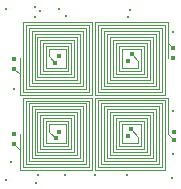
<source format=gbr>
G04 EAGLE Gerber X2 export*
%TF.Part,Single*%
%TF.FileFunction,Copper,L3,Inr,Mixed*%
%TF.FilePolarity,Positive*%
%TF.GenerationSoftware,Autodesk,EAGLE,9.0.1*%
%TF.CreationDate,2018-12-20T16:05:16Z*%
G75*
%MOMM*%
%FSLAX34Y34*%
%LPD*%
%AMOC8*
5,1,8,0,0,1.08239X$1,22.5*%
G01*
%ADD10C,0.125000*%
%ADD11C,0.450000*%
%ADD12C,0.300000*%


D10*
X-23765Y39695D02*
X-37515Y39695D01*
X-23765Y39695D02*
X-23765Y23445D01*
X-40015Y23445D01*
X-40015Y42195D01*
X-21265Y42195D01*
X-21265Y20945D02*
X-42515Y20945D01*
X-42515Y44695D02*
X-18765Y44695D01*
X-18765Y18445D01*
X-45015Y18445D01*
X-45015Y47195D02*
X-16265Y47195D01*
X-16265Y15945D01*
X-47515Y15945D01*
X-47515Y49695D01*
X-13765Y49695D01*
X-13765Y13445D02*
X-50015Y13445D01*
X-50015Y52195D01*
X-11265Y52195D01*
X-11265Y10945D01*
X-52515Y10945D01*
X-52515Y54695D02*
X-8765Y54695D01*
X-8765Y8445D01*
X-55015Y8445D01*
X-55015Y57195D01*
X-6265Y57195D01*
X-6265Y5945D01*
X-57515Y5945D01*
X-57515Y59695D01*
X-3765Y59695D01*
X-3765Y3445D02*
X-60015Y3445D01*
X-60015Y62195D02*
X-1265Y62195D01*
X-1265Y945D01*
X-62515Y945D01*
X-21265Y20945D02*
X-21265Y42195D01*
X-42515Y44695D02*
X-42515Y20945D01*
X-45015Y18445D02*
X-45015Y47195D01*
X-13765Y49695D02*
X-13765Y13445D01*
X-52515Y10945D02*
X-52515Y54695D01*
X-3765Y59695D02*
X-3765Y3445D01*
X-60015Y3445D02*
X-60015Y62195D01*
X-62515Y31570D02*
X-62515Y945D01*
D11*
X-28950Y33400D03*
X-67060Y22790D03*
X-32290Y28020D03*
X-67800Y31300D03*
D10*
X-37515Y-24105D02*
X-23765Y-24105D01*
X-23765Y-40355D01*
X-40015Y-40355D01*
X-40015Y-21605D01*
X-21265Y-21605D01*
X-21265Y-42855D02*
X-42515Y-42855D01*
X-42515Y-19105D02*
X-18765Y-19105D01*
X-18765Y-45355D01*
X-45015Y-45355D01*
X-45015Y-16605D02*
X-16265Y-16605D01*
X-16265Y-47855D01*
X-47515Y-47855D01*
X-47515Y-14105D01*
X-13765Y-14105D01*
X-13765Y-50355D02*
X-50015Y-50355D01*
X-50015Y-11605D01*
X-11265Y-11605D01*
X-11265Y-52855D01*
X-52515Y-52855D01*
X-52515Y-9105D02*
X-8765Y-9105D01*
X-8765Y-55355D01*
X-55015Y-55355D01*
X-55015Y-6605D01*
X-6265Y-6605D01*
X-6265Y-57855D01*
X-57515Y-57855D01*
X-57515Y-4105D01*
X-3765Y-4105D01*
X-3765Y-60355D02*
X-60015Y-60355D01*
X-60015Y-1605D02*
X-1265Y-1605D01*
X-1265Y-62855D01*
X-62515Y-62855D01*
X-21265Y-42855D02*
X-21265Y-21605D01*
X-42515Y-19105D02*
X-42515Y-42855D01*
X-45015Y-45355D02*
X-45015Y-16605D01*
X-13765Y-14105D02*
X-13765Y-50355D01*
X-52515Y-52855D02*
X-52515Y-9105D01*
X-3765Y-4105D02*
X-3765Y-60355D01*
X-60015Y-60355D02*
X-60015Y-1605D01*
X-62515Y-32230D02*
X-62515Y-62855D01*
D11*
X-28950Y-30400D03*
X-67160Y-41010D03*
X-32090Y-35880D03*
X-67500Y-32400D03*
D10*
X24065Y23405D02*
X37815Y23405D01*
X24065Y23405D02*
X24065Y39655D01*
X40315Y39655D01*
X40315Y20905D01*
X21565Y20905D01*
X21565Y42155D02*
X42815Y42155D01*
X42815Y18405D02*
X19065Y18405D01*
X19065Y44655D01*
X45315Y44655D01*
X45315Y15905D02*
X16565Y15905D01*
X16565Y47155D01*
X47815Y47155D01*
X47815Y13405D01*
X14065Y13405D01*
X14065Y49655D02*
X50315Y49655D01*
X50315Y10905D01*
X11565Y10905D01*
X11565Y52155D01*
X52815Y52155D01*
X52815Y8405D02*
X9065Y8405D01*
X9065Y54655D01*
X55315Y54655D01*
X55315Y5905D01*
X6565Y5905D01*
X6565Y57155D01*
X57815Y57155D01*
X57815Y3405D01*
X4065Y3405D01*
X4065Y59655D02*
X60315Y59655D01*
X60315Y905D02*
X1565Y905D01*
X1565Y62155D01*
X62815Y62155D01*
X21565Y42155D02*
X21565Y20905D01*
X42815Y18405D02*
X42815Y42155D01*
X45315Y44655D02*
X45315Y15905D01*
X14065Y13405D02*
X14065Y49655D01*
X52815Y52155D02*
X52815Y8405D01*
X4065Y3405D02*
X4065Y59655D01*
X60315Y59655D02*
X60315Y905D01*
X62815Y31530D02*
X62815Y62155D01*
D11*
X29250Y29700D03*
X67260Y40210D03*
X32490Y35080D03*
X67500Y31700D03*
D10*
X37715Y-40295D02*
X23965Y-40295D01*
X23965Y-24045D01*
X40215Y-24045D01*
X40215Y-42795D01*
X21465Y-42795D01*
X21465Y-21545D02*
X42715Y-21545D01*
X42715Y-45295D02*
X18965Y-45295D01*
X18965Y-19045D01*
X45215Y-19045D01*
X45215Y-47795D02*
X16465Y-47795D01*
X16465Y-16545D01*
X47715Y-16545D01*
X47715Y-50295D01*
X13965Y-50295D01*
X13965Y-14045D02*
X50215Y-14045D01*
X50215Y-52795D01*
X11465Y-52795D01*
X11465Y-11545D01*
X52715Y-11545D01*
X52715Y-55295D02*
X8965Y-55295D01*
X8965Y-9045D01*
X55215Y-9045D01*
X55215Y-57795D01*
X6465Y-57795D01*
X6465Y-6545D01*
X57715Y-6545D01*
X57715Y-60295D01*
X3965Y-60295D01*
X3965Y-4045D02*
X60215Y-4045D01*
X60215Y-62795D02*
X1465Y-62795D01*
X1465Y-1545D01*
X62715Y-1545D01*
X21465Y-21545D02*
X21465Y-42795D01*
X42715Y-45295D02*
X42715Y-21545D01*
X45215Y-19045D02*
X45215Y-47795D01*
X13965Y-50295D02*
X13965Y-14045D01*
X52715Y-11545D02*
X52715Y-55295D01*
X3965Y-60295D02*
X3965Y-4045D01*
X60215Y-4045D02*
X60215Y-62795D01*
X62715Y-32170D02*
X62715Y-1545D01*
D11*
X29150Y-34400D03*
X68160Y-37490D03*
X31590Y-28520D03*
X68000Y-30900D03*
D10*
X-32300Y28000D02*
X-37500Y33200D01*
X-37500Y39600D01*
X32500Y35000D02*
X37800Y29700D01*
X37800Y23500D01*
X31500Y-28400D02*
X37700Y-34600D01*
X37700Y-40300D01*
X-32100Y-35900D02*
X-37500Y-30500D01*
X-37600Y-30500D02*
X-37600Y-24100D01*
X-62500Y-45100D02*
X-62500Y-46000D01*
X-67400Y-41100D01*
X-62500Y-46000D02*
X-62500Y-47100D01*
X-62500Y18300D02*
X-67100Y22900D01*
X-62500Y18300D02*
X-62500Y16400D01*
X62800Y44700D02*
X67300Y40200D01*
X62800Y44700D02*
X62800Y48300D01*
X62700Y-32100D02*
X68200Y-37600D01*
D12*
X-48400Y-73700D03*
X-50000Y66500D03*
X900Y-66902D03*
X66300Y-69700D03*
X-23975Y-67207D03*
X-23000Y67800D03*
X-49800Y75500D03*
X-73800Y73400D03*
X-74100Y-71000D03*
X-29600Y73800D03*
X30700Y72800D03*
X-45700Y71300D03*
X67400Y53500D03*
X66800Y-49300D03*
X-67000Y6000D03*
X-70300Y-56200D03*
X-47300Y-67100D03*
X67235Y-13138D03*
X28087Y-67087D03*
X29200Y66700D03*
M02*

</source>
